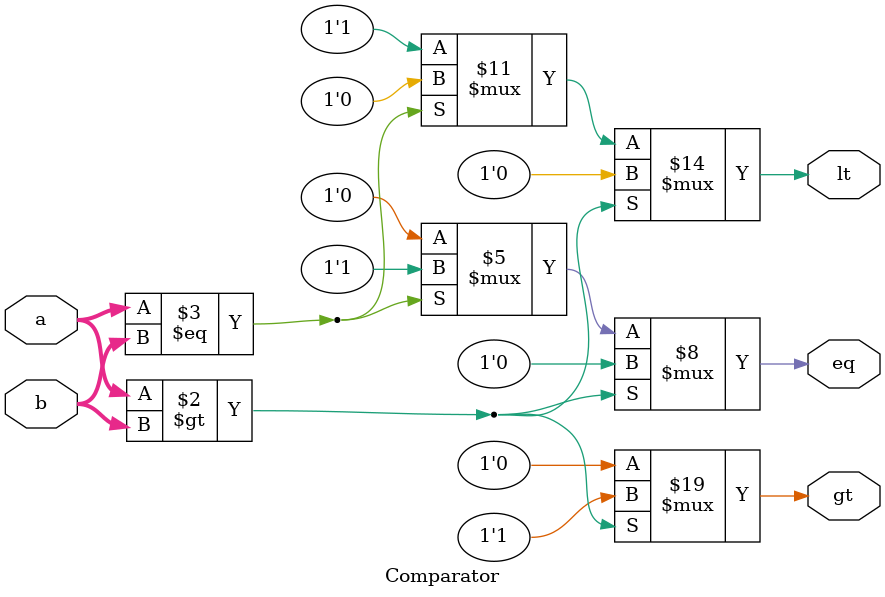
<source format=v>
`timescale 1ns / 1ps


module Comparator #(parameter DATAWIDTH = 32)(a, b, gt, lt, eq);

    input [DATAWIDTH-1:0] a, b;
    output reg gt, lt, eq;
    
    always @(a, b) begin
        if(a > b) begin
            gt <= 1;
            lt <= 0;
            eq <= 0;
        end
        else if(a == b) begin
            gt <= 0;
            lt <= 0;
            eq <= 1;
        end
        else begin
            gt <= 0;
            lt <= 1;
            eq <= 0;
        end
    end
endmodule
</source>
